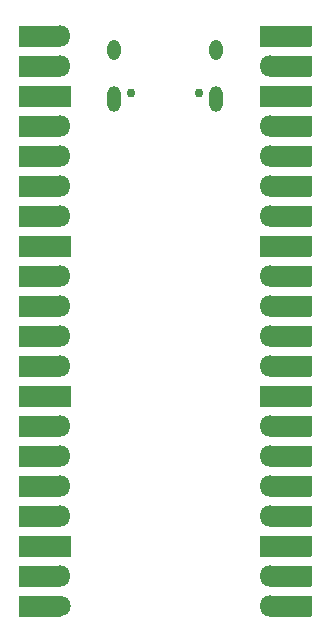
<source format=gbs>
G04 #@! TF.GenerationSoftware,KiCad,Pcbnew,(5.1.10)-1*
G04 #@! TF.CreationDate,2021-07-31T08:12:49+01:00*
G04 #@! TF.ProjectId,STM32Pico,53544d33-3250-4696-936f-2e6b69636164,REV1*
G04 #@! TF.SameCoordinates,Original*
G04 #@! TF.FileFunction,Soldermask,Bot*
G04 #@! TF.FilePolarity,Negative*
%FSLAX46Y46*%
G04 Gerber Fmt 4.6, Leading zero omitted, Abs format (unit mm)*
G04 Created by KiCad (PCBNEW (5.1.10)-1) date 2021-07-31 08:12:49*
%MOMM*%
%LPD*%
G01*
G04 APERTURE LIST*
%ADD10C,0.752000*%
%ADD11O,1.102000X2.202000*%
%ADD12O,1.102000X1.702000*%
%ADD13O,1.802000X1.802000*%
%ADD14C,1.802000*%
G04 APERTURE END LIST*
D10*
X100750000Y-63527200D03*
X106530000Y-63527200D03*
D11*
X107960000Y-64057200D03*
X99320000Y-64057200D03*
D12*
X107960000Y-59877200D03*
X99320000Y-59877200D03*
D13*
X112550000Y-106985000D03*
X112550000Y-104445000D03*
G36*
G01*
X113451000Y-101055000D02*
X113451000Y-102755000D01*
G75*
G02*
X113400000Y-102806000I-51000J0D01*
G01*
X111700000Y-102806000D01*
G75*
G02*
X111649000Y-102755000I0J51000D01*
G01*
X111649000Y-101055000D01*
G75*
G02*
X111700000Y-101004000I51000J0D01*
G01*
X113400000Y-101004000D01*
G75*
G02*
X113451000Y-101055000I0J-51000D01*
G01*
G37*
X112550000Y-99365000D03*
X112550000Y-96825000D03*
X112550000Y-94285000D03*
X112550000Y-91745000D03*
G36*
G01*
X113451000Y-88355000D02*
X113451000Y-90055000D01*
G75*
G02*
X113400000Y-90106000I-51000J0D01*
G01*
X111700000Y-90106000D01*
G75*
G02*
X111649000Y-90055000I0J51000D01*
G01*
X111649000Y-88355000D01*
G75*
G02*
X111700000Y-88304000I51000J0D01*
G01*
X113400000Y-88304000D01*
G75*
G02*
X113451000Y-88355000I0J-51000D01*
G01*
G37*
X112550000Y-86665000D03*
X112550000Y-84125000D03*
X112550000Y-81585000D03*
X112550000Y-79045000D03*
G36*
G01*
X113451000Y-75655000D02*
X113451000Y-77355000D01*
G75*
G02*
X113400000Y-77406000I-51000J0D01*
G01*
X111700000Y-77406000D01*
G75*
G02*
X111649000Y-77355000I0J51000D01*
G01*
X111649000Y-75655000D01*
G75*
G02*
X111700000Y-75604000I51000J0D01*
G01*
X113400000Y-75604000D01*
G75*
G02*
X113451000Y-75655000I0J-51000D01*
G01*
G37*
X112550000Y-73965000D03*
X112550000Y-71425000D03*
X112550000Y-68885000D03*
X112550000Y-66345000D03*
G36*
G01*
X113451000Y-62955000D02*
X113451000Y-64655000D01*
G75*
G02*
X113400000Y-64706000I-51000J0D01*
G01*
X111700000Y-64706000D01*
G75*
G02*
X111649000Y-64655000I0J51000D01*
G01*
X111649000Y-62955000D01*
G75*
G02*
X111700000Y-62904000I51000J0D01*
G01*
X113400000Y-62904000D01*
G75*
G02*
X113451000Y-62955000I0J-51000D01*
G01*
G37*
X112550000Y-61265000D03*
G36*
G01*
X113451000Y-57875000D02*
X113451000Y-59575000D01*
G75*
G02*
X113400000Y-59626000I-51000J0D01*
G01*
X111700000Y-59626000D01*
G75*
G02*
X111649000Y-59575000I0J51000D01*
G01*
X111649000Y-57875000D01*
G75*
G02*
X111700000Y-57824000I51000J0D01*
G01*
X113400000Y-57824000D01*
G75*
G02*
X113451000Y-57875000I0J-51000D01*
G01*
G37*
G36*
G01*
X116051000Y-98515000D02*
X116051000Y-100215000D01*
G75*
G02*
X116000000Y-100266000I-51000J0D01*
G01*
X112500000Y-100266000D01*
G75*
G02*
X112449000Y-100215000I0J51000D01*
G01*
X112449000Y-98515000D01*
G75*
G02*
X112500000Y-98464000I51000J0D01*
G01*
X116000000Y-98464000D01*
G75*
G02*
X116051000Y-98515000I0J-51000D01*
G01*
G37*
G36*
G01*
X116051000Y-101055000D02*
X116051000Y-102755000D01*
G75*
G02*
X116000000Y-102806000I-51000J0D01*
G01*
X112500000Y-102806000D01*
G75*
G02*
X112449000Y-102755000I0J51000D01*
G01*
X112449000Y-101055000D01*
G75*
G02*
X112500000Y-101004000I51000J0D01*
G01*
X116000000Y-101004000D01*
G75*
G02*
X116051000Y-101055000I0J-51000D01*
G01*
G37*
G36*
G01*
X116051000Y-95975000D02*
X116051000Y-97675000D01*
G75*
G02*
X116000000Y-97726000I-51000J0D01*
G01*
X112500000Y-97726000D01*
G75*
G02*
X112449000Y-97675000I0J51000D01*
G01*
X112449000Y-95975000D01*
G75*
G02*
X112500000Y-95924000I51000J0D01*
G01*
X116000000Y-95924000D01*
G75*
G02*
X116051000Y-95975000I0J-51000D01*
G01*
G37*
G36*
G01*
X116051000Y-103595000D02*
X116051000Y-105295000D01*
G75*
G02*
X116000000Y-105346000I-51000J0D01*
G01*
X112500000Y-105346000D01*
G75*
G02*
X112449000Y-105295000I0J51000D01*
G01*
X112449000Y-103595000D01*
G75*
G02*
X112500000Y-103544000I51000J0D01*
G01*
X116000000Y-103544000D01*
G75*
G02*
X116051000Y-103595000I0J-51000D01*
G01*
G37*
G36*
G01*
X116051000Y-93435000D02*
X116051000Y-95135000D01*
G75*
G02*
X116000000Y-95186000I-51000J0D01*
G01*
X112500000Y-95186000D01*
G75*
G02*
X112449000Y-95135000I0J51000D01*
G01*
X112449000Y-93435000D01*
G75*
G02*
X112500000Y-93384000I51000J0D01*
G01*
X116000000Y-93384000D01*
G75*
G02*
X116051000Y-93435000I0J-51000D01*
G01*
G37*
G36*
G01*
X116051000Y-106135000D02*
X116051000Y-107835000D01*
G75*
G02*
X116000000Y-107886000I-51000J0D01*
G01*
X112500000Y-107886000D01*
G75*
G02*
X112449000Y-107835000I0J51000D01*
G01*
X112449000Y-106135000D01*
G75*
G02*
X112500000Y-106084000I51000J0D01*
G01*
X116000000Y-106084000D01*
G75*
G02*
X116051000Y-106135000I0J-51000D01*
G01*
G37*
G36*
G01*
X116051000Y-85815000D02*
X116051000Y-87515000D01*
G75*
G02*
X116000000Y-87566000I-51000J0D01*
G01*
X112500000Y-87566000D01*
G75*
G02*
X112449000Y-87515000I0J51000D01*
G01*
X112449000Y-85815000D01*
G75*
G02*
X112500000Y-85764000I51000J0D01*
G01*
X116000000Y-85764000D01*
G75*
G02*
X116051000Y-85815000I0J-51000D01*
G01*
G37*
G36*
G01*
X116051000Y-90895000D02*
X116051000Y-92595000D01*
G75*
G02*
X116000000Y-92646000I-51000J0D01*
G01*
X112500000Y-92646000D01*
G75*
G02*
X112449000Y-92595000I0J51000D01*
G01*
X112449000Y-90895000D01*
G75*
G02*
X112500000Y-90844000I51000J0D01*
G01*
X116000000Y-90844000D01*
G75*
G02*
X116051000Y-90895000I0J-51000D01*
G01*
G37*
G36*
G01*
X116051000Y-83275000D02*
X116051000Y-84975000D01*
G75*
G02*
X116000000Y-85026000I-51000J0D01*
G01*
X112500000Y-85026000D01*
G75*
G02*
X112449000Y-84975000I0J51000D01*
G01*
X112449000Y-83275000D01*
G75*
G02*
X112500000Y-83224000I51000J0D01*
G01*
X116000000Y-83224000D01*
G75*
G02*
X116051000Y-83275000I0J-51000D01*
G01*
G37*
G36*
G01*
X116051000Y-73115000D02*
X116051000Y-74815000D01*
G75*
G02*
X116000000Y-74866000I-51000J0D01*
G01*
X112500000Y-74866000D01*
G75*
G02*
X112449000Y-74815000I0J51000D01*
G01*
X112449000Y-73115000D01*
G75*
G02*
X112500000Y-73064000I51000J0D01*
G01*
X116000000Y-73064000D01*
G75*
G02*
X116051000Y-73115000I0J-51000D01*
G01*
G37*
G36*
G01*
X116051000Y-70575000D02*
X116051000Y-72275000D01*
G75*
G02*
X116000000Y-72326000I-51000J0D01*
G01*
X112500000Y-72326000D01*
G75*
G02*
X112449000Y-72275000I0J51000D01*
G01*
X112449000Y-70575000D01*
G75*
G02*
X112500000Y-70524000I51000J0D01*
G01*
X116000000Y-70524000D01*
G75*
G02*
X116051000Y-70575000I0J-51000D01*
G01*
G37*
G36*
G01*
X116051000Y-68035000D02*
X116051000Y-69735000D01*
G75*
G02*
X116000000Y-69786000I-51000J0D01*
G01*
X112500000Y-69786000D01*
G75*
G02*
X112449000Y-69735000I0J51000D01*
G01*
X112449000Y-68035000D01*
G75*
G02*
X112500000Y-67984000I51000J0D01*
G01*
X116000000Y-67984000D01*
G75*
G02*
X116051000Y-68035000I0J-51000D01*
G01*
G37*
G36*
G01*
X116051000Y-60415000D02*
X116051000Y-62115000D01*
G75*
G02*
X116000000Y-62166000I-51000J0D01*
G01*
X112500000Y-62166000D01*
G75*
G02*
X112449000Y-62115000I0J51000D01*
G01*
X112449000Y-60415000D01*
G75*
G02*
X112500000Y-60364000I51000J0D01*
G01*
X116000000Y-60364000D01*
G75*
G02*
X116051000Y-60415000I0J-51000D01*
G01*
G37*
G36*
G01*
X116051000Y-88355000D02*
X116051000Y-90055000D01*
G75*
G02*
X116000000Y-90106000I-51000J0D01*
G01*
X112500000Y-90106000D01*
G75*
G02*
X112449000Y-90055000I0J51000D01*
G01*
X112449000Y-88355000D01*
G75*
G02*
X112500000Y-88304000I51000J0D01*
G01*
X116000000Y-88304000D01*
G75*
G02*
X116051000Y-88355000I0J-51000D01*
G01*
G37*
G36*
G01*
X116051000Y-75655000D02*
X116051000Y-77355000D01*
G75*
G02*
X116000000Y-77406000I-51000J0D01*
G01*
X112500000Y-77406000D01*
G75*
G02*
X112449000Y-77355000I0J51000D01*
G01*
X112449000Y-75655000D01*
G75*
G02*
X112500000Y-75604000I51000J0D01*
G01*
X116000000Y-75604000D01*
G75*
G02*
X116051000Y-75655000I0J-51000D01*
G01*
G37*
G36*
G01*
X116051000Y-62955000D02*
X116051000Y-64655000D01*
G75*
G02*
X116000000Y-64706000I-51000J0D01*
G01*
X112500000Y-64706000D01*
G75*
G02*
X112449000Y-64655000I0J51000D01*
G01*
X112449000Y-62955000D01*
G75*
G02*
X112500000Y-62904000I51000J0D01*
G01*
X116000000Y-62904000D01*
G75*
G02*
X116051000Y-62955000I0J-51000D01*
G01*
G37*
G36*
G01*
X116051000Y-57875000D02*
X116051000Y-59575000D01*
G75*
G02*
X116000000Y-59626000I-51000J0D01*
G01*
X112500000Y-59626000D01*
G75*
G02*
X112449000Y-59575000I0J51000D01*
G01*
X112449000Y-57875000D01*
G75*
G02*
X112500000Y-57824000I51000J0D01*
G01*
X116000000Y-57824000D01*
G75*
G02*
X116051000Y-57875000I0J-51000D01*
G01*
G37*
G36*
G01*
X116051000Y-78195000D02*
X116051000Y-79895000D01*
G75*
G02*
X116000000Y-79946000I-51000J0D01*
G01*
X112500000Y-79946000D01*
G75*
G02*
X112449000Y-79895000I0J51000D01*
G01*
X112449000Y-78195000D01*
G75*
G02*
X112500000Y-78144000I51000J0D01*
G01*
X116000000Y-78144000D01*
G75*
G02*
X116051000Y-78195000I0J-51000D01*
G01*
G37*
G36*
G01*
X116051000Y-65495000D02*
X116051000Y-67195000D01*
G75*
G02*
X116000000Y-67246000I-51000J0D01*
G01*
X112500000Y-67246000D01*
G75*
G02*
X112449000Y-67195000I0J51000D01*
G01*
X112449000Y-65495000D01*
G75*
G02*
X112500000Y-65444000I51000J0D01*
G01*
X116000000Y-65444000D01*
G75*
G02*
X116051000Y-65495000I0J-51000D01*
G01*
G37*
G36*
G01*
X116051000Y-80735000D02*
X116051000Y-82435000D01*
G75*
G02*
X116000000Y-82486000I-51000J0D01*
G01*
X112500000Y-82486000D01*
G75*
G02*
X112449000Y-82435000I0J51000D01*
G01*
X112449000Y-80735000D01*
G75*
G02*
X112500000Y-80684000I51000J0D01*
G01*
X116000000Y-80684000D01*
G75*
G02*
X116051000Y-80735000I0J-51000D01*
G01*
G37*
X94750000Y-58725000D03*
X94750000Y-61265000D03*
G36*
G01*
X93849000Y-64655000D02*
X93849000Y-62955000D01*
G75*
G02*
X93900000Y-62904000I51000J0D01*
G01*
X95600000Y-62904000D01*
G75*
G02*
X95651000Y-62955000I0J-51000D01*
G01*
X95651000Y-64655000D01*
G75*
G02*
X95600000Y-64706000I-51000J0D01*
G01*
X93900000Y-64706000D01*
G75*
G02*
X93849000Y-64655000I0J51000D01*
G01*
G37*
X94750000Y-66345000D03*
X94750000Y-68885000D03*
X94750000Y-71425000D03*
X94750000Y-73965000D03*
G36*
G01*
X93849000Y-77355000D02*
X93849000Y-75655000D01*
G75*
G02*
X93900000Y-75604000I51000J0D01*
G01*
X95600000Y-75604000D01*
G75*
G02*
X95651000Y-75655000I0J-51000D01*
G01*
X95651000Y-77355000D01*
G75*
G02*
X95600000Y-77406000I-51000J0D01*
G01*
X93900000Y-77406000D01*
G75*
G02*
X93849000Y-77355000I0J51000D01*
G01*
G37*
X94750000Y-79045000D03*
X94750000Y-81585000D03*
X94750000Y-84125000D03*
X94750000Y-86665000D03*
G36*
G01*
X93849000Y-90055000D02*
X93849000Y-88355000D01*
G75*
G02*
X93900000Y-88304000I51000J0D01*
G01*
X95600000Y-88304000D01*
G75*
G02*
X95651000Y-88355000I0J-51000D01*
G01*
X95651000Y-90055000D01*
G75*
G02*
X95600000Y-90106000I-51000J0D01*
G01*
X93900000Y-90106000D01*
G75*
G02*
X93849000Y-90055000I0J51000D01*
G01*
G37*
X94750000Y-91745000D03*
X94750000Y-94285000D03*
X94750000Y-96825000D03*
X94750000Y-99365000D03*
G36*
G01*
X93849000Y-102755000D02*
X93849000Y-101055000D01*
G75*
G02*
X93900000Y-101004000I51000J0D01*
G01*
X95600000Y-101004000D01*
G75*
G02*
X95651000Y-101055000I0J-51000D01*
G01*
X95651000Y-102755000D01*
G75*
G02*
X95600000Y-102806000I-51000J0D01*
G01*
X93900000Y-102806000D01*
G75*
G02*
X93849000Y-102755000I0J51000D01*
G01*
G37*
X94750000Y-104445000D03*
D14*
X94750000Y-106985000D03*
G36*
G01*
X91249000Y-105295000D02*
X91249000Y-103595000D01*
G75*
G02*
X91300000Y-103544000I51000J0D01*
G01*
X94800000Y-103544000D01*
G75*
G02*
X94851000Y-103595000I0J-51000D01*
G01*
X94851000Y-105295000D01*
G75*
G02*
X94800000Y-105346000I-51000J0D01*
G01*
X91300000Y-105346000D01*
G75*
G02*
X91249000Y-105295000I0J51000D01*
G01*
G37*
G36*
G01*
X91249000Y-74815000D02*
X91249000Y-73115000D01*
G75*
G02*
X91300000Y-73064000I51000J0D01*
G01*
X94800000Y-73064000D01*
G75*
G02*
X94851000Y-73115000I0J-51000D01*
G01*
X94851000Y-74815000D01*
G75*
G02*
X94800000Y-74866000I-51000J0D01*
G01*
X91300000Y-74866000D01*
G75*
G02*
X91249000Y-74815000I0J51000D01*
G01*
G37*
G36*
G01*
X91249000Y-100215000D02*
X91249000Y-98515000D01*
G75*
G02*
X91300000Y-98464000I51000J0D01*
G01*
X94800000Y-98464000D01*
G75*
G02*
X94851000Y-98515000I0J-51000D01*
G01*
X94851000Y-100215000D01*
G75*
G02*
X94800000Y-100266000I-51000J0D01*
G01*
X91300000Y-100266000D01*
G75*
G02*
X91249000Y-100215000I0J51000D01*
G01*
G37*
G36*
G01*
X91249000Y-95135000D02*
X91249000Y-93435000D01*
G75*
G02*
X91300000Y-93384000I51000J0D01*
G01*
X94800000Y-93384000D01*
G75*
G02*
X94851000Y-93435000I0J-51000D01*
G01*
X94851000Y-95135000D01*
G75*
G02*
X94800000Y-95186000I-51000J0D01*
G01*
X91300000Y-95186000D01*
G75*
G02*
X91249000Y-95135000I0J51000D01*
G01*
G37*
G36*
G01*
X91249000Y-90055000D02*
X91249000Y-88355000D01*
G75*
G02*
X91300000Y-88304000I51000J0D01*
G01*
X94800000Y-88304000D01*
G75*
G02*
X94851000Y-88355000I0J-51000D01*
G01*
X94851000Y-90055000D01*
G75*
G02*
X94800000Y-90106000I-51000J0D01*
G01*
X91300000Y-90106000D01*
G75*
G02*
X91249000Y-90055000I0J51000D01*
G01*
G37*
G36*
G01*
X91249000Y-87515000D02*
X91249000Y-85815000D01*
G75*
G02*
X91300000Y-85764000I51000J0D01*
G01*
X94800000Y-85764000D01*
G75*
G02*
X94851000Y-85815000I0J-51000D01*
G01*
X94851000Y-87515000D01*
G75*
G02*
X94800000Y-87566000I-51000J0D01*
G01*
X91300000Y-87566000D01*
G75*
G02*
X91249000Y-87515000I0J51000D01*
G01*
G37*
G36*
G01*
X91249000Y-72275000D02*
X91249000Y-70575000D01*
G75*
G02*
X91300000Y-70524000I51000J0D01*
G01*
X94800000Y-70524000D01*
G75*
G02*
X94851000Y-70575000I0J-51000D01*
G01*
X94851000Y-72275000D01*
G75*
G02*
X94800000Y-72326000I-51000J0D01*
G01*
X91300000Y-72326000D01*
G75*
G02*
X91249000Y-72275000I0J51000D01*
G01*
G37*
G36*
G01*
X91259000Y-79895000D02*
X91259000Y-78195000D01*
G75*
G02*
X91310000Y-78144000I51000J0D01*
G01*
X94810000Y-78144000D01*
G75*
G02*
X94861000Y-78195000I0J-51000D01*
G01*
X94861000Y-79895000D01*
G75*
G02*
X94810000Y-79946000I-51000J0D01*
G01*
X91310000Y-79946000D01*
G75*
G02*
X91259000Y-79895000I0J51000D01*
G01*
G37*
G36*
G01*
X91249000Y-69735000D02*
X91249000Y-68035000D01*
G75*
G02*
X91300000Y-67984000I51000J0D01*
G01*
X94800000Y-67984000D01*
G75*
G02*
X94851000Y-68035000I0J-51000D01*
G01*
X94851000Y-69735000D01*
G75*
G02*
X94800000Y-69786000I-51000J0D01*
G01*
X91300000Y-69786000D01*
G75*
G02*
X91249000Y-69735000I0J51000D01*
G01*
G37*
G36*
G01*
X91249000Y-62105000D02*
X91249000Y-60405000D01*
G75*
G02*
X91300000Y-60354000I51000J0D01*
G01*
X94800000Y-60354000D01*
G75*
G02*
X94851000Y-60405000I0J-51000D01*
G01*
X94851000Y-62105000D01*
G75*
G02*
X94800000Y-62156000I-51000J0D01*
G01*
X91300000Y-62156000D01*
G75*
G02*
X91249000Y-62105000I0J51000D01*
G01*
G37*
G36*
G01*
X91249000Y-67185000D02*
X91249000Y-65485000D01*
G75*
G02*
X91300000Y-65434000I51000J0D01*
G01*
X94800000Y-65434000D01*
G75*
G02*
X94851000Y-65485000I0J-51000D01*
G01*
X94851000Y-67185000D01*
G75*
G02*
X94800000Y-67236000I-51000J0D01*
G01*
X91300000Y-67236000D01*
G75*
G02*
X91249000Y-67185000I0J51000D01*
G01*
G37*
G36*
G01*
X91239000Y-92595000D02*
X91239000Y-90895000D01*
G75*
G02*
X91290000Y-90844000I51000J0D01*
G01*
X94790000Y-90844000D01*
G75*
G02*
X94841000Y-90895000I0J-51000D01*
G01*
X94841000Y-92595000D01*
G75*
G02*
X94790000Y-92646000I-51000J0D01*
G01*
X91290000Y-92646000D01*
G75*
G02*
X91239000Y-92595000I0J51000D01*
G01*
G37*
G36*
G01*
X91249000Y-97675000D02*
X91249000Y-95975000D01*
G75*
G02*
X91300000Y-95924000I51000J0D01*
G01*
X94800000Y-95924000D01*
G75*
G02*
X94851000Y-95975000I0J-51000D01*
G01*
X94851000Y-97675000D01*
G75*
G02*
X94800000Y-97726000I-51000J0D01*
G01*
X91300000Y-97726000D01*
G75*
G02*
X91249000Y-97675000I0J51000D01*
G01*
G37*
G36*
G01*
X91249000Y-82435000D02*
X91249000Y-80735000D01*
G75*
G02*
X91300000Y-80684000I51000J0D01*
G01*
X94800000Y-80684000D01*
G75*
G02*
X94851000Y-80735000I0J-51000D01*
G01*
X94851000Y-82435000D01*
G75*
G02*
X94800000Y-82486000I-51000J0D01*
G01*
X91300000Y-82486000D01*
G75*
G02*
X91249000Y-82435000I0J51000D01*
G01*
G37*
G36*
G01*
X91249000Y-77355000D02*
X91249000Y-75655000D01*
G75*
G02*
X91300000Y-75604000I51000J0D01*
G01*
X94800000Y-75604000D01*
G75*
G02*
X94851000Y-75655000I0J-51000D01*
G01*
X94851000Y-77355000D01*
G75*
G02*
X94800000Y-77406000I-51000J0D01*
G01*
X91300000Y-77406000D01*
G75*
G02*
X91249000Y-77355000I0J51000D01*
G01*
G37*
G36*
G01*
X91249000Y-107835000D02*
X91249000Y-106135000D01*
G75*
G02*
X91300000Y-106084000I51000J0D01*
G01*
X94800000Y-106084000D01*
G75*
G02*
X94851000Y-106135000I0J-51000D01*
G01*
X94851000Y-107835000D01*
G75*
G02*
X94800000Y-107886000I-51000J0D01*
G01*
X91300000Y-107886000D01*
G75*
G02*
X91249000Y-107835000I0J51000D01*
G01*
G37*
G36*
G01*
X91249000Y-84975000D02*
X91249000Y-83275000D01*
G75*
G02*
X91300000Y-83224000I51000J0D01*
G01*
X94800000Y-83224000D01*
G75*
G02*
X94851000Y-83275000I0J-51000D01*
G01*
X94851000Y-84975000D01*
G75*
G02*
X94800000Y-85026000I-51000J0D01*
G01*
X91300000Y-85026000D01*
G75*
G02*
X91249000Y-84975000I0J51000D01*
G01*
G37*
G36*
G01*
X91249000Y-64655000D02*
X91249000Y-62955000D01*
G75*
G02*
X91300000Y-62904000I51000J0D01*
G01*
X94800000Y-62904000D01*
G75*
G02*
X94851000Y-62955000I0J-51000D01*
G01*
X94851000Y-64655000D01*
G75*
G02*
X94800000Y-64706000I-51000J0D01*
G01*
X91300000Y-64706000D01*
G75*
G02*
X91249000Y-64655000I0J51000D01*
G01*
G37*
G36*
G01*
X91249000Y-102755000D02*
X91249000Y-101055000D01*
G75*
G02*
X91300000Y-101004000I51000J0D01*
G01*
X94800000Y-101004000D01*
G75*
G02*
X94851000Y-101055000I0J-51000D01*
G01*
X94851000Y-102755000D01*
G75*
G02*
X94800000Y-102806000I-51000J0D01*
G01*
X91300000Y-102806000D01*
G75*
G02*
X91249000Y-102755000I0J51000D01*
G01*
G37*
G36*
G01*
X91249000Y-59575000D02*
X91249000Y-57875000D01*
G75*
G02*
X91300000Y-57824000I51000J0D01*
G01*
X94800000Y-57824000D01*
G75*
G02*
X94851000Y-57875000I0J-51000D01*
G01*
X94851000Y-59575000D01*
G75*
G02*
X94800000Y-59626000I-51000J0D01*
G01*
X91300000Y-59626000D01*
G75*
G02*
X91249000Y-59575000I0J51000D01*
G01*
G37*
M02*

</source>
